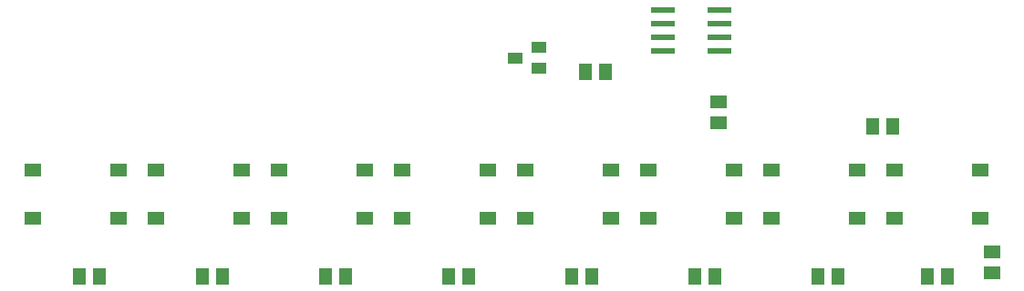
<source format=gtp>
G04 EAGLE Gerber RS-274X export*
G75*
%MOMM*%
%FSLAX34Y34*%
%LPD*%
%INTop Paste*%
%IPPOS*%
%AMOC8*
5,1,8,0,0,1.08239X$1,22.5*%
G01*
%ADD10R,1.500000X1.300000*%
%ADD11R,1.300000X1.500000*%
%ADD12R,1.400000X1.000000*%
%ADD13R,1.550000X1.300000*%
%ADD14R,2.200000X0.600000*%


D10*
X685800Y200000D03*
X685800Y181000D03*
D11*
X828700Y177800D03*
X847700Y177800D03*
D12*
X497000Y241300D03*
X519000Y250800D03*
X519000Y231800D03*
D11*
X562000Y228600D03*
X581000Y228600D03*
D10*
X939800Y41300D03*
X939800Y60300D03*
D11*
X92100Y38100D03*
X111100Y38100D03*
X206400Y38100D03*
X225400Y38100D03*
X320700Y38100D03*
X339700Y38100D03*
X435000Y38100D03*
X454000Y38100D03*
X549300Y38100D03*
X568300Y38100D03*
X663600Y38100D03*
X682600Y38100D03*
X777900Y38100D03*
X796900Y38100D03*
X879500Y38100D03*
X898500Y38100D03*
D13*
X128650Y136800D03*
X49150Y136800D03*
X128650Y91800D03*
X49150Y91800D03*
X242950Y136800D03*
X163450Y136800D03*
X242950Y91800D03*
X163450Y91800D03*
X357250Y136800D03*
X277750Y136800D03*
X357250Y91800D03*
X277750Y91800D03*
X471550Y136800D03*
X392050Y136800D03*
X471550Y91800D03*
X392050Y91800D03*
X585850Y136800D03*
X506350Y136800D03*
X585850Y91800D03*
X506350Y91800D03*
X700150Y136800D03*
X620650Y136800D03*
X700150Y91800D03*
X620650Y91800D03*
X814450Y136800D03*
X734950Y136800D03*
X814450Y91800D03*
X734950Y91800D03*
X928750Y136800D03*
X849250Y136800D03*
X928750Y91800D03*
X849250Y91800D03*
D14*
X634400Y273050D03*
X686400Y273050D03*
X634400Y285750D03*
X634400Y260350D03*
X634400Y247650D03*
X686400Y285750D03*
X686400Y260350D03*
X686400Y247650D03*
M02*

</source>
